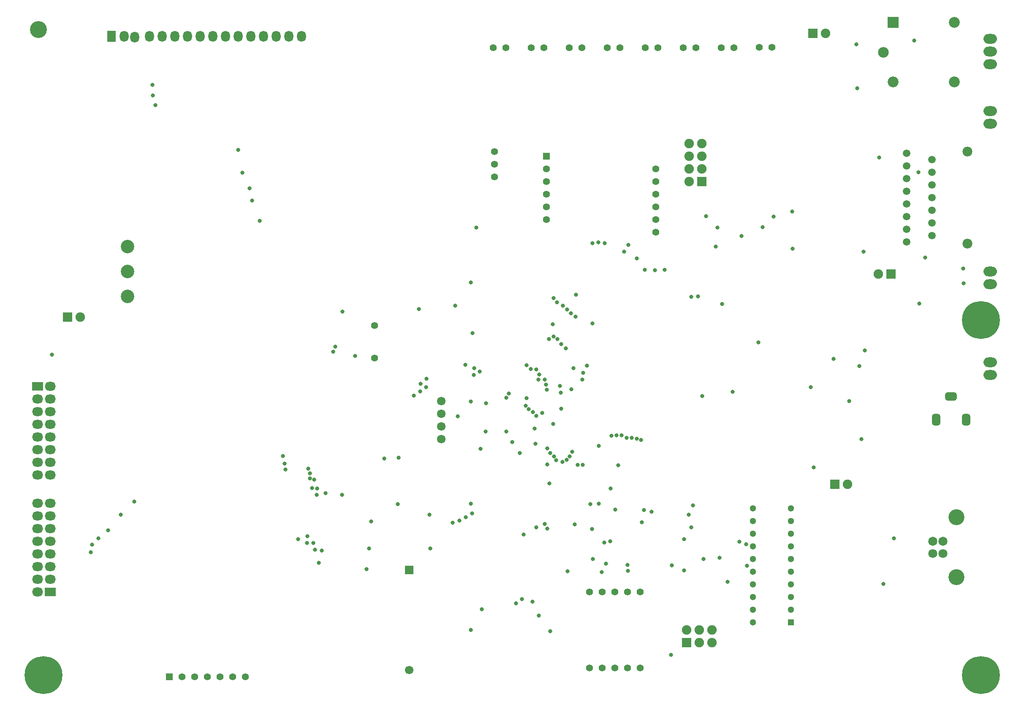
<source format=gbs>
G04*
G04 #@! TF.GenerationSoftware,Altium Limited,Altium Designer,20.0.13 (296)*
G04*
G04 Layer_Color=16711935*
%FSLAX44Y44*%
%MOMM*%
G71*
G01*
G75*
%ADD92R,1.4000X1.4000*%
%ADD97R,1.4000X1.4000*%
%ADD134C,1.4000*%
G04:AMPARAMS|DCode=135|XSize=2.3mm|YSize=1.7mm|CornerRadius=0.475mm|HoleSize=0mm|Usage=FLASHONLY|Rotation=270.000|XOffset=0mm|YOffset=0mm|HoleType=Round|Shape=RoundedRectangle|*
%AMROUNDEDRECTD135*
21,1,2.3000,0.7500,0,0,270.0*
21,1,1.3500,1.7000,0,0,270.0*
1,1,0.9500,-0.3750,-0.6750*
1,1,0.9500,-0.3750,0.6750*
1,1,0.9500,0.3750,0.6750*
1,1,0.9500,0.3750,-0.6750*
%
%ADD135ROUNDEDRECTD135*%
G04:AMPARAMS|DCode=136|XSize=2.3mm|YSize=1.7mm|CornerRadius=0.475mm|HoleSize=0mm|Usage=FLASHONLY|Rotation=0.000|XOffset=0mm|YOffset=0mm|HoleType=Round|Shape=RoundedRectangle|*
%AMROUNDEDRECTD136*
21,1,2.3000,0.7500,0,0,0.0*
21,1,1.3500,1.7000,0,0,0.0*
1,1,0.9500,0.6750,-0.3750*
1,1,0.9500,-0.6750,-0.3750*
1,1,0.9500,-0.6750,0.3750*
1,1,0.9500,0.6750,0.3750*
%
%ADD136ROUNDEDRECTD136*%
%ADD137R,1.9000X1.9000*%
%ADD138C,1.9000*%
%ADD139O,2.7000X1.9500*%
%ADD140O,2.2000X1.8000*%
%ADD141R,2.2000X1.8000*%
%ADD142C,7.6000*%
%ADD143C,3.2000*%
%ADD144C,1.8270*%
%ADD145C,1.8016*%
%ADD146R,1.7000X1.7000*%
%ADD147C,1.7000*%
%ADD148C,2.1800*%
%ADD149C,2.1350*%
%ADD150R,2.1800X2.1800*%
%ADD151R,1.9000X1.9000*%
%ADD152C,1.7240*%
%ADD153C,2.7000*%
%ADD154C,1.5000*%
%ADD155C,1.9780*%
%ADD156O,1.8000X2.2000*%
%ADD157R,1.8000X2.2000*%
%ADD158C,1.3000*%
%ADD159R,1.3000X1.3000*%
%ADD160C,3.4000*%
%ADD161C,0.8000*%
D92*
X1072300Y1098000D02*
D03*
D97*
X316350Y54000D02*
D03*
D134*
X968000Y1056600D02*
D03*
Y1082000D02*
D03*
Y1107400D02*
D03*
X1072300Y1072600D02*
D03*
Y1047200D02*
D03*
Y1021800D02*
D03*
Y996400D02*
D03*
Y971000D02*
D03*
X1291300Y1072600D02*
D03*
Y1047200D02*
D03*
Y1021800D02*
D03*
Y996400D02*
D03*
Y971000D02*
D03*
Y945600D02*
D03*
X468750Y54000D02*
D03*
X443350D02*
D03*
X417950D02*
D03*
X392550D02*
D03*
X367150D02*
D03*
X341750D02*
D03*
X1158950Y72050D02*
D03*
X1184350D02*
D03*
X1209750D02*
D03*
X1235150D02*
D03*
X1260550D02*
D03*
X1158950Y224450D02*
D03*
X1184350D02*
D03*
X1209750D02*
D03*
X1235150D02*
D03*
X1260550D02*
D03*
X1524700Y1316000D02*
D03*
X1499300D02*
D03*
X1447800Y1315700D02*
D03*
X1422400D02*
D03*
X1371600D02*
D03*
X1346200D02*
D03*
X1295400D02*
D03*
X1270000D02*
D03*
X1219200D02*
D03*
X1193800D02*
D03*
X1143000D02*
D03*
X1117600D02*
D03*
X1066800D02*
D03*
X1041400D02*
D03*
X990600D02*
D03*
X965200D02*
D03*
X728000Y758500D02*
D03*
Y693500D02*
D03*
D135*
X1853600Y569260D02*
D03*
X1913600D02*
D03*
D136*
X1883600Y616260D02*
D03*
D137*
X1383400Y1047200D02*
D03*
D138*
Y1072600D02*
D03*
Y1098000D02*
D03*
Y1123400D02*
D03*
X1358000Y1047200D02*
D03*
Y1072600D02*
D03*
Y1098000D02*
D03*
Y1123400D02*
D03*
X1631718Y1344440D02*
D03*
X1737300Y862000D02*
D03*
X1403900Y147450D02*
D03*
X1378500D02*
D03*
X1353100D02*
D03*
X1403900Y122050D02*
D03*
X1378500D02*
D03*
X1675700Y440250D02*
D03*
X137450Y775250D02*
D03*
D139*
X1962000Y1333400D02*
D03*
Y1308000D02*
D03*
Y1282600D02*
D03*
Y866700D02*
D03*
Y841300D02*
D03*
Y684700D02*
D03*
Y659300D02*
D03*
Y1188700D02*
D03*
Y1163300D02*
D03*
D140*
X77146Y458400D02*
D03*
Y483800D02*
D03*
Y509200D02*
D03*
Y534600D02*
D03*
Y560000D02*
D03*
Y585400D02*
D03*
Y610800D02*
D03*
Y636200D02*
D03*
X52000Y458400D02*
D03*
Y483800D02*
D03*
Y509200D02*
D03*
Y534600D02*
D03*
Y560000D02*
D03*
Y585400D02*
D03*
Y610800D02*
D03*
X51997Y402200D02*
D03*
Y376800D02*
D03*
Y351400D02*
D03*
Y326000D02*
D03*
Y300600D02*
D03*
Y275200D02*
D03*
Y249800D02*
D03*
Y224400D02*
D03*
X77143Y402200D02*
D03*
Y376800D02*
D03*
Y351400D02*
D03*
Y326000D02*
D03*
Y300600D02*
D03*
Y275200D02*
D03*
Y249800D02*
D03*
D141*
X52000Y636200D02*
D03*
X77143Y224400D02*
D03*
D142*
X1943100Y57250D02*
D03*
X1943100Y769600D02*
D03*
X63500Y57250D02*
D03*
D143*
X1894000Y253300D02*
D03*
Y373700D02*
D03*
D144*
X1866900Y326000D02*
D03*
X1847000D02*
D03*
D145*
Y301000D02*
D03*
X1866900D02*
D03*
D146*
X796750Y267750D02*
D03*
D147*
Y67750D02*
D03*
D148*
X1889718Y1366440D02*
D03*
Y1246440D02*
D03*
X1767718D02*
D03*
D149*
X1747718Y1306440D02*
D03*
D150*
X1767718Y1366440D02*
D03*
D151*
X1606318Y1344440D02*
D03*
X1762700Y862000D02*
D03*
X1353100Y122050D02*
D03*
X1650300Y440250D02*
D03*
X112050Y775250D02*
D03*
D152*
X861750Y606400D02*
D03*
Y581000D02*
D03*
Y555600D02*
D03*
Y530200D02*
D03*
D153*
X232374Y817000D02*
D03*
Y867000D02*
D03*
Y917000D02*
D03*
D154*
X1794763Y1103898D02*
D03*
Y1078498D02*
D03*
Y1053098D02*
D03*
Y1027698D02*
D03*
Y1002298D02*
D03*
Y976898D02*
D03*
Y951498D02*
D03*
Y926098D02*
D03*
X1845563Y1091198D02*
D03*
Y1065798D02*
D03*
Y1040398D02*
D03*
Y1014998D02*
D03*
Y989598D02*
D03*
Y964198D02*
D03*
Y938798D02*
D03*
D155*
X1916200Y922263D02*
D03*
Y1107200D02*
D03*
D156*
X403600Y1338250D02*
D03*
X429000D02*
D03*
X454400D02*
D03*
X479800D02*
D03*
X505200D02*
D03*
X530600D02*
D03*
X556000D02*
D03*
X581400D02*
D03*
X225800D02*
D03*
X246882Y1336726D02*
D03*
X276600Y1338250D02*
D03*
X302000D02*
D03*
X327400D02*
D03*
X352800D02*
D03*
X378200D02*
D03*
D157*
X200400D02*
D03*
D158*
X1486150Y392100D02*
D03*
Y366700D02*
D03*
Y341300D02*
D03*
Y315900D02*
D03*
Y290500D02*
D03*
Y265100D02*
D03*
Y239700D02*
D03*
Y214300D02*
D03*
Y188900D02*
D03*
Y163500D02*
D03*
X1562350Y392100D02*
D03*
Y366700D02*
D03*
Y341300D02*
D03*
Y315900D02*
D03*
Y290500D02*
D03*
Y265100D02*
D03*
Y239700D02*
D03*
Y214300D02*
D03*
Y188900D02*
D03*
D159*
Y163500D02*
D03*
D160*
X54000Y1352000D02*
D03*
D161*
X1074166Y512064D02*
D03*
X1087200Y495848D02*
D03*
X997154Y621742D02*
D03*
X991750Y613750D02*
D03*
X1080000Y503000D02*
D03*
X1092000Y488000D02*
D03*
X1113000Y489000D02*
D03*
X1119000Y496000D02*
D03*
X1124105Y504855D02*
D03*
X1223000Y538000D02*
D03*
X1233000Y533000D02*
D03*
X1243000D02*
D03*
X1253000Y531000D02*
D03*
X1261848Y529000D02*
D03*
X1213000Y538000D02*
D03*
X1203000Y537000D02*
D03*
X1376000Y817000D02*
D03*
X1385000Y617000D02*
D03*
X1026750Y339500D02*
D03*
X940346Y511404D02*
D03*
X894750Y576500D02*
D03*
X1189000Y923750D02*
D03*
X1176000Y924750D02*
D03*
X1164750Y923750D02*
D03*
X1309500Y869750D02*
D03*
X1290000Y869500D02*
D03*
X1269875Y869750D02*
D03*
X1253500Y892500D02*
D03*
X1236500Y920000D02*
D03*
X1228250Y906750D02*
D03*
X1424000Y801250D02*
D03*
X806750Y617500D02*
D03*
X819250Y625835D02*
D03*
X831250Y635000D02*
D03*
X820000Y641500D02*
D03*
X831750Y651250D02*
D03*
X926250Y659500D02*
D03*
X938500Y666250D02*
D03*
X927000Y672750D02*
D03*
X775750Y493250D02*
D03*
X932000Y955000D02*
D03*
X245750Y405250D02*
D03*
X219000Y378750D02*
D03*
X193500Y347250D02*
D03*
X173500Y332000D02*
D03*
X161000Y318500D02*
D03*
X159000Y303250D02*
D03*
X747000Y491250D02*
D03*
X629375Y421875D02*
D03*
X606786Y449035D02*
D03*
X598000Y451750D02*
D03*
X598250Y462250D02*
D03*
X594250Y471500D02*
D03*
X602632Y432118D02*
D03*
X612125Y431125D02*
D03*
X611250Y418500D02*
D03*
X648500Y716000D02*
D03*
X644750Y706000D02*
D03*
X689000Y697000D02*
D03*
X909500Y679750D02*
D03*
X574500Y330000D02*
D03*
X593250Y335750D02*
D03*
X591750Y322000D02*
D03*
X605250Y322500D02*
D03*
X608250Y308500D02*
D03*
X622000Y307000D02*
D03*
X616250Y282250D02*
D03*
X663000Y786000D02*
D03*
X288500Y1200500D02*
D03*
X282750Y1220000D02*
D03*
X282000Y1240750D02*
D03*
X454400Y1110400D02*
D03*
X497454Y968604D02*
D03*
X482250Y1009000D02*
D03*
X477000Y1033250D02*
D03*
X462500Y1064550D02*
D03*
X1177000Y517000D02*
D03*
X1907500Y872250D02*
D03*
X1831250Y894500D02*
D03*
X1216500Y478250D02*
D03*
X1160250Y400500D02*
D03*
X1177500Y401000D02*
D03*
X1144750Y479000D02*
D03*
X1064000Y583250D02*
D03*
X1052250Y576750D02*
D03*
X1045000Y585000D02*
D03*
X1031000Y597750D02*
D03*
X1037050Y590779D02*
D03*
X1122250Y630250D02*
D03*
X1102000Y721250D02*
D03*
X1094500Y731500D02*
D03*
X1086250Y736250D02*
D03*
X1077500Y731500D02*
D03*
X1099000Y637500D02*
D03*
X1084750Y760750D02*
D03*
X1366250Y397750D02*
D03*
X1210250Y389250D02*
D03*
X1267500Y388500D02*
D03*
X1080000Y145000D02*
D03*
X921000Y148000D02*
D03*
X1074250Y350750D02*
D03*
X942750Y189000D02*
D03*
X1022750Y209750D02*
D03*
X1235250Y266250D02*
D03*
X1235000Y278500D02*
D03*
X1472500Y319500D02*
D03*
X1474500Y276250D02*
D03*
X1445250Y625750D02*
D03*
X1101500Y591275D02*
D03*
X1602000Y635000D02*
D03*
X1679000Y607000D02*
D03*
X1056750Y177000D02*
D03*
X1050000Y521629D02*
D03*
X1019000Y502500D02*
D03*
X923250Y381500D02*
D03*
X1078000Y441250D02*
D03*
X897500Y366750D02*
D03*
X1134750Y479250D02*
D03*
X910500Y374000D02*
D03*
X838000Y378750D02*
D03*
X920250Y400750D02*
D03*
X774250Y400500D02*
D03*
X662250Y419000D02*
D03*
X711250Y269750D02*
D03*
X716750Y311250D02*
D03*
X839000Y311250D02*
D03*
X884000Y362750D02*
D03*
X720750Y365250D02*
D03*
X1011000Y201500D02*
D03*
X1163500Y350000D02*
D03*
X1283175Y384575D02*
D03*
X1188250Y323500D02*
D03*
X1200250Y325500D02*
D03*
X1165500Y290500D02*
D03*
X1183500Y264250D02*
D03*
X924000Y743000D02*
D03*
X921000Y845000D02*
D03*
X1052000Y353750D02*
D03*
X1044000Y204500D02*
D03*
X1068500Y360750D02*
D03*
X1263750Y364000D02*
D03*
X1201000Y431500D02*
D03*
X1497250Y724750D02*
D03*
X1392500Y978000D02*
D03*
X1412000Y916750D02*
D03*
X1565500Y912250D02*
D03*
X1527750Y976750D02*
D03*
X1565250Y986750D02*
D03*
X889500Y798500D02*
D03*
X816500Y791250D02*
D03*
X1608000Y474000D02*
D03*
X1747750Y239750D02*
D03*
X1415500Y955000D02*
D03*
X1506000Y955500D02*
D03*
X1463150Y937650D02*
D03*
X1362750Y815500D02*
D03*
X1769000Y331500D02*
D03*
X1435750Y244750D02*
D03*
X1459500Y324500D02*
D03*
X1114500Y265300D02*
D03*
X1322000Y98000D02*
D03*
X1085500Y560750D02*
D03*
X1104304Y485024D02*
D03*
X1074250Y480000D02*
D03*
X81000Y700000D02*
D03*
X920500Y606250D02*
D03*
X1695000Y1234250D02*
D03*
X1693500Y1322500D02*
D03*
X1739500Y1095500D02*
D03*
X1817750Y1066000D02*
D03*
X1819750Y802500D02*
D03*
X1908750Y843250D02*
D03*
X1711000Y708000D02*
D03*
X1703750Y530500D02*
D03*
X1699750Y676750D02*
D03*
X1648000Y691750D02*
D03*
X1809750Y1329750D02*
D03*
X1324065Y277764D02*
D03*
X1348500Y267500D02*
D03*
X1191500Y281000D02*
D03*
X1419713Y293037D02*
D03*
X1362750Y353500D02*
D03*
X1387000Y289750D02*
D03*
X1357250Y378750D02*
D03*
X1048250Y551750D02*
D03*
X1348000Y329750D02*
D03*
X1708250Y906750D02*
D03*
X950250Y545500D02*
D03*
X991750Y545750D02*
D03*
X1032500Y678500D02*
D03*
X1004000Y524500D02*
D03*
X951250Y602250D02*
D03*
X1040500Y670750D02*
D03*
X1057500Y660500D02*
D03*
X1051750Y670000D02*
D03*
X1129250Y359250D02*
D03*
X1100750Y623750D02*
D03*
X1164750Y762500D02*
D03*
X1111250Y713000D02*
D03*
X1144000Y650000D02*
D03*
X1146250Y663750D02*
D03*
X1153750Y677750D02*
D03*
X1126000Y673000D02*
D03*
X1131500Y820500D02*
D03*
X1086500Y813500D02*
D03*
X1093750Y805000D02*
D03*
X1105500Y798250D02*
D03*
X1113500Y790500D02*
D03*
X1121250Y782750D02*
D03*
X1131000Y776250D02*
D03*
X549000Y470000D02*
D03*
X547250Y481750D02*
D03*
X544000Y496500D02*
D03*
X1032500Y612250D02*
D03*
X1073250Y630000D02*
D03*
X1071250Y640000D02*
D03*
X1068500Y649750D02*
D03*
X1056000Y650000D02*
D03*
M02*

</source>
